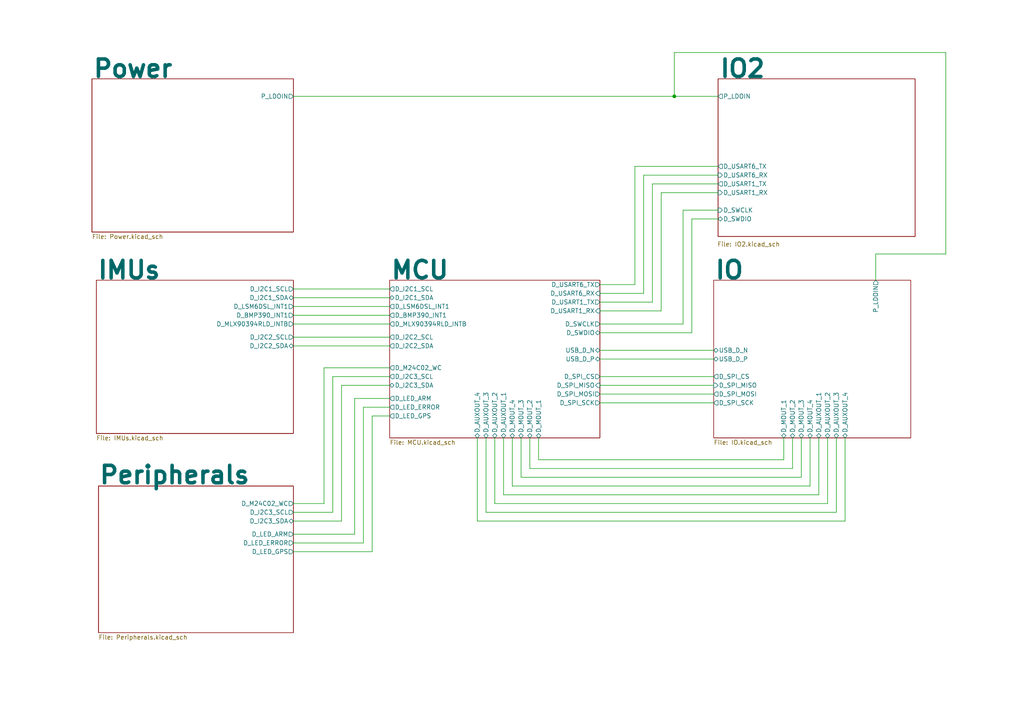
<source format=kicad_sch>
(kicad_sch
	(version 20250114)
	(generator "eeschema")
	(generator_version "9.0")
	(uuid "855cf64b-a607-4748-8dd3-e8cd15e2a17e")
	(paper "A4")
	(title_block
		(title "Udayate")
		(date "2025-08-24")
		(rev "1")
		(comment 2 "LICENSE: CERN-OHL-S-2.0")
	)
	(lib_symbols)
	(junction
		(at 195.58 27.94)
		(diameter 0)
		(color 0 0 0 0)
		(uuid "5f2d2c33-e2a7-4fc2-9739-f880e0517f18")
	)
	(wire
		(pts
			(xy 195.58 27.94) (xy 208.28 27.94)
		)
		(stroke
			(width 0)
			(type default)
		)
		(uuid "003b0fcd-a79b-4a94-886c-b83ab85e382d")
	)
	(wire
		(pts
			(xy 245.11 151.13) (xy 245.11 127)
		)
		(stroke
			(width 0)
			(type default)
		)
		(uuid "0130d4ce-36cc-4cbd-809f-6646a17e244e")
	)
	(wire
		(pts
			(xy 96.52 148.59) (xy 96.52 109.22)
		)
		(stroke
			(width 0)
			(type default)
		)
		(uuid "09585df2-0160-4cf0-bfd4-46fb678c2c0c")
	)
	(wire
		(pts
			(xy 254 73.66) (xy 274.32 73.66)
		)
		(stroke
			(width 0)
			(type default)
		)
		(uuid "0bad6bfe-df63-456f-8642-b0a6d6447f1c")
	)
	(wire
		(pts
			(xy 274.32 15.24) (xy 195.58 15.24)
		)
		(stroke
			(width 0)
			(type default)
		)
		(uuid "13aa2cef-4996-476a-a43d-ffc3f269e3f5")
	)
	(wire
		(pts
			(xy 227.33 133.35) (xy 156.21 133.35)
		)
		(stroke
			(width 0)
			(type default)
		)
		(uuid "1418f5a1-893b-492c-bb5b-60d39c1d2173")
	)
	(wire
		(pts
			(xy 232.41 138.43) (xy 151.13 138.43)
		)
		(stroke
			(width 0)
			(type default)
		)
		(uuid "14d6c511-4cc1-4048-8e1c-5f791c1b4053")
	)
	(wire
		(pts
			(xy 153.67 135.89) (xy 229.87 135.89)
		)
		(stroke
			(width 0)
			(type default)
		)
		(uuid "16e5937b-9cf4-4b95-86fe-b25c0d352217")
	)
	(wire
		(pts
			(xy 186.69 85.09) (xy 173.99 85.09)
		)
		(stroke
			(width 0)
			(type default)
		)
		(uuid "1a02f08e-56fe-4e82-80d0-be2fbdcf9188")
	)
	(wire
		(pts
			(xy 138.43 151.13) (xy 245.11 151.13)
		)
		(stroke
			(width 0)
			(type default)
		)
		(uuid "1ccadc8a-5248-446b-89d4-4d4bee1f0e1b")
	)
	(wire
		(pts
			(xy 102.87 154.94) (xy 102.87 115.57)
		)
		(stroke
			(width 0)
			(type default)
		)
		(uuid "1f4a50b8-8683-4bec-a889-5ad2a4f8b5db")
	)
	(wire
		(pts
			(xy 85.09 83.82) (xy 113.03 83.82)
		)
		(stroke
			(width 0)
			(type default)
		)
		(uuid "212ef34b-b124-4385-9e9d-0f53a938671a")
	)
	(wire
		(pts
			(xy 143.51 146.05) (xy 240.03 146.05)
		)
		(stroke
			(width 0)
			(type default)
		)
		(uuid "22ae7073-1be3-4e80-89df-620c62648e6e")
	)
	(wire
		(pts
			(xy 140.97 148.59) (xy 140.97 127)
		)
		(stroke
			(width 0)
			(type default)
		)
		(uuid "26a5076a-35b3-4021-9a41-d5e07a7579a2")
	)
	(wire
		(pts
			(xy 191.77 55.88) (xy 208.28 55.88)
		)
		(stroke
			(width 0)
			(type default)
		)
		(uuid "275b2868-356d-48c2-97c1-0a06726b26e3")
	)
	(wire
		(pts
			(xy 138.43 127) (xy 138.43 151.13)
		)
		(stroke
			(width 0)
			(type default)
		)
		(uuid "2a3b21c2-0736-42a0-a18f-070d5ab276f7")
	)
	(wire
		(pts
			(xy 93.98 146.05) (xy 85.09 146.05)
		)
		(stroke
			(width 0)
			(type default)
		)
		(uuid "2c2aadd3-12e9-4616-8f4c-aa9d979d04df")
	)
	(wire
		(pts
			(xy 102.87 115.57) (xy 113.03 115.57)
		)
		(stroke
			(width 0)
			(type default)
		)
		(uuid "2de18451-c5fa-4e99-9722-452a3ed56274")
	)
	(wire
		(pts
			(xy 240.03 146.05) (xy 240.03 127)
		)
		(stroke
			(width 0)
			(type default)
		)
		(uuid "303c440b-0ed2-43b5-8ea3-ab16d830ee8c")
	)
	(wire
		(pts
			(xy 208.28 63.5) (xy 200.66 63.5)
		)
		(stroke
			(width 0)
			(type default)
		)
		(uuid "307f9b6a-c798-48a9-b80f-52aa32fb21fa")
	)
	(wire
		(pts
			(xy 186.69 50.8) (xy 186.69 85.09)
		)
		(stroke
			(width 0)
			(type default)
		)
		(uuid "30fa9cc4-7b26-41bb-aeea-2ac21349e4d1")
	)
	(wire
		(pts
			(xy 113.03 106.68) (xy 93.98 106.68)
		)
		(stroke
			(width 0)
			(type default)
		)
		(uuid "317f3f94-ab9b-45bc-b476-b4f39c50b6ba")
	)
	(wire
		(pts
			(xy 200.66 96.52) (xy 173.99 96.52)
		)
		(stroke
			(width 0)
			(type default)
		)
		(uuid "35e6597c-6f2b-4765-9a7d-0ffc8bb57b0b")
	)
	(wire
		(pts
			(xy 227.33 127) (xy 227.33 133.35)
		)
		(stroke
			(width 0)
			(type default)
		)
		(uuid "40162e85-992b-4d70-8c12-4f9db637b520")
	)
	(wire
		(pts
			(xy 173.99 111.76) (xy 207.01 111.76)
		)
		(stroke
			(width 0)
			(type default)
		)
		(uuid "41cdd68b-a3ab-43cd-ade0-99c19dbddcc7")
	)
	(wire
		(pts
			(xy 173.99 101.6) (xy 207.01 101.6)
		)
		(stroke
			(width 0)
			(type default)
		)
		(uuid "4296b5c8-f9d4-4bb9-afec-6298e4962cf0")
	)
	(wire
		(pts
			(xy 143.51 127) (xy 143.51 146.05)
		)
		(stroke
			(width 0)
			(type default)
		)
		(uuid "48bb92da-5835-4cfc-92f8-331757f14837")
	)
	(wire
		(pts
			(xy 151.13 138.43) (xy 151.13 127)
		)
		(stroke
			(width 0)
			(type default)
		)
		(uuid "5145363c-34d9-4094-a4ce-7057f41b6cb7")
	)
	(wire
		(pts
			(xy 198.12 93.98) (xy 198.12 60.96)
		)
		(stroke
			(width 0)
			(type default)
		)
		(uuid "516ad181-d2c4-4b8f-ab21-874cf29064a4")
	)
	(wire
		(pts
			(xy 85.09 100.33) (xy 113.03 100.33)
		)
		(stroke
			(width 0)
			(type default)
		)
		(uuid "5274587d-4b21-4a0f-884e-3b1c69e83448")
	)
	(wire
		(pts
			(xy 105.41 118.11) (xy 113.03 118.11)
		)
		(stroke
			(width 0)
			(type default)
		)
		(uuid "553df179-b06f-4f70-bfee-c176cb3fad66")
	)
	(wire
		(pts
			(xy 107.95 160.02) (xy 85.09 160.02)
		)
		(stroke
			(width 0)
			(type default)
		)
		(uuid "560bac35-ad1a-4545-aea4-0ff0d8c6d72f")
	)
	(wire
		(pts
			(xy 189.23 53.34) (xy 189.23 87.63)
		)
		(stroke
			(width 0)
			(type default)
		)
		(uuid "5943083d-8e71-4218-a72e-c6628e2b5623")
	)
	(wire
		(pts
			(xy 242.57 127) (xy 242.57 148.59)
		)
		(stroke
			(width 0)
			(type default)
		)
		(uuid "5d547c42-ee7d-47eb-a572-9ca255381506")
	)
	(wire
		(pts
			(xy 173.99 104.14) (xy 207.01 104.14)
		)
		(stroke
			(width 0)
			(type default)
		)
		(uuid "5e2d5834-6eef-4479-98fe-c8a7239f87de")
	)
	(wire
		(pts
			(xy 200.66 63.5) (xy 200.66 96.52)
		)
		(stroke
			(width 0)
			(type default)
		)
		(uuid "66248d00-a6bd-4cc8-b526-c3e7a5e323eb")
	)
	(wire
		(pts
			(xy 195.58 15.24) (xy 195.58 27.94)
		)
		(stroke
			(width 0)
			(type default)
		)
		(uuid "67bea917-2a6e-4bbc-956a-3777629848cc")
	)
	(wire
		(pts
			(xy 85.09 157.48) (xy 105.41 157.48)
		)
		(stroke
			(width 0)
			(type default)
		)
		(uuid "68679598-e852-4d21-8832-3999cbac766f")
	)
	(wire
		(pts
			(xy 148.59 127) (xy 148.59 140.97)
		)
		(stroke
			(width 0)
			(type default)
		)
		(uuid "6a2923c6-19d3-4fe1-b077-d819c6111980")
	)
	(wire
		(pts
			(xy 107.95 120.65) (xy 107.95 160.02)
		)
		(stroke
			(width 0)
			(type default)
		)
		(uuid "6be6008b-1eb7-4eda-ac77-d772f2d06e59")
	)
	(wire
		(pts
			(xy 85.09 97.79) (xy 113.03 97.79)
		)
		(stroke
			(width 0)
			(type default)
		)
		(uuid "6ebcdb57-093d-4874-ac41-9774df4d1207")
	)
	(wire
		(pts
			(xy 85.09 91.44) (xy 113.03 91.44)
		)
		(stroke
			(width 0)
			(type default)
		)
		(uuid "7070d45a-8173-4f20-9967-651ce274710d")
	)
	(wire
		(pts
			(xy 173.99 116.84) (xy 207.01 116.84)
		)
		(stroke
			(width 0)
			(type default)
		)
		(uuid "756d51ce-abda-484e-bab2-17ba478d3720")
	)
	(wire
		(pts
			(xy 191.77 55.88) (xy 191.77 90.17)
		)
		(stroke
			(width 0)
			(type default)
		)
		(uuid "7a7d2580-03f9-4a2a-9e35-0431561729bf")
	)
	(wire
		(pts
			(xy 105.41 157.48) (xy 105.41 118.11)
		)
		(stroke
			(width 0)
			(type default)
		)
		(uuid "7e69ee3c-9925-49b5-8b38-02163d058aea")
	)
	(wire
		(pts
			(xy 254 81.28) (xy 254 73.66)
		)
		(stroke
			(width 0)
			(type default)
		)
		(uuid "7f712e53-e13b-492f-af03-4c60b012271c")
	)
	(wire
		(pts
			(xy 156.21 133.35) (xy 156.21 127)
		)
		(stroke
			(width 0)
			(type default)
		)
		(uuid "8569dc3f-e560-42e0-8fa0-c12d8ebe39f5")
	)
	(wire
		(pts
			(xy 85.09 86.36) (xy 113.03 86.36)
		)
		(stroke
			(width 0)
			(type default)
		)
		(uuid "8800822e-5cee-4bc8-9e3b-2e3b954438c3")
	)
	(wire
		(pts
			(xy 274.32 73.66) (xy 274.32 15.24)
		)
		(stroke
			(width 0)
			(type default)
		)
		(uuid "8ea34211-3f08-4ca4-89b5-8c136726aea1")
	)
	(wire
		(pts
			(xy 113.03 111.76) (xy 99.06 111.76)
		)
		(stroke
			(width 0)
			(type default)
		)
		(uuid "90f23da8-a10f-44c4-9906-0ad08f27c466")
	)
	(wire
		(pts
			(xy 237.49 127) (xy 237.49 143.51)
		)
		(stroke
			(width 0)
			(type default)
		)
		(uuid "98d5fdf6-a136-4439-918f-a3e0d47df104")
	)
	(wire
		(pts
			(xy 93.98 106.68) (xy 93.98 146.05)
		)
		(stroke
			(width 0)
			(type default)
		)
		(uuid "9a92b245-63b9-45ac-9709-1dff2a8909e9")
	)
	(wire
		(pts
			(xy 237.49 143.51) (xy 146.05 143.51)
		)
		(stroke
			(width 0)
			(type default)
		)
		(uuid "9b194f0a-a635-4ed7-8c15-52f346ba6b6c")
	)
	(wire
		(pts
			(xy 189.23 87.63) (xy 173.99 87.63)
		)
		(stroke
			(width 0)
			(type default)
		)
		(uuid "a6755c37-ab5d-4355-9775-cb417485dd14")
	)
	(wire
		(pts
			(xy 229.87 135.89) (xy 229.87 127)
		)
		(stroke
			(width 0)
			(type default)
		)
		(uuid "a8fcc53a-5c0b-40e7-9b53-45081052c81c")
	)
	(wire
		(pts
			(xy 153.67 127) (xy 153.67 135.89)
		)
		(stroke
			(width 0)
			(type default)
		)
		(uuid "aaec0ed2-2ea2-4c57-b518-3912c7494c76")
	)
	(wire
		(pts
			(xy 148.59 140.97) (xy 234.95 140.97)
		)
		(stroke
			(width 0)
			(type default)
		)
		(uuid "afb0b144-4046-43c7-9627-0f6e61d9f60b")
	)
	(wire
		(pts
			(xy 85.09 27.94) (xy 195.58 27.94)
		)
		(stroke
			(width 0)
			(type default)
		)
		(uuid "b45f4fd1-f973-4a36-be96-5a645e99700f")
	)
	(wire
		(pts
			(xy 232.41 127) (xy 232.41 138.43)
		)
		(stroke
			(width 0)
			(type default)
		)
		(uuid "b87b8507-c4cd-4421-a509-30ac06b20408")
	)
	(wire
		(pts
			(xy 99.06 151.13) (xy 85.09 151.13)
		)
		(stroke
			(width 0)
			(type default)
		)
		(uuid "b9298702-3c2e-4e0b-8f9d-bf92432789b5")
	)
	(wire
		(pts
			(xy 85.09 93.98) (xy 113.03 93.98)
		)
		(stroke
			(width 0)
			(type default)
		)
		(uuid "ba93a148-15c2-4164-bd8b-d4bca7a312a9")
	)
	(wire
		(pts
			(xy 173.99 90.17) (xy 191.77 90.17)
		)
		(stroke
			(width 0)
			(type default)
		)
		(uuid "c4cc44ae-4100-49fd-b6fa-70e35d7871fd")
	)
	(wire
		(pts
			(xy 208.28 53.34) (xy 189.23 53.34)
		)
		(stroke
			(width 0)
			(type default)
		)
		(uuid "c542b512-17dd-4116-8d88-357828280581")
	)
	(wire
		(pts
			(xy 85.09 88.9) (xy 113.03 88.9)
		)
		(stroke
			(width 0)
			(type default)
		)
		(uuid "c6587690-6e9a-4a40-ac34-75661e246e15")
	)
	(wire
		(pts
			(xy 173.99 114.3) (xy 207.01 114.3)
		)
		(stroke
			(width 0)
			(type default)
		)
		(uuid "c714a7ea-5568-4059-bd63-2e36e0271f20")
	)
	(wire
		(pts
			(xy 173.99 82.55) (xy 184.15 82.55)
		)
		(stroke
			(width 0)
			(type default)
		)
		(uuid "cad10e90-34bc-4528-a68e-189d983b4a85")
	)
	(wire
		(pts
			(xy 85.09 154.94) (xy 102.87 154.94)
		)
		(stroke
			(width 0)
			(type default)
		)
		(uuid "cbfcb0a4-fe03-4302-9551-6900a83a1488")
	)
	(wire
		(pts
			(xy 198.12 60.96) (xy 208.28 60.96)
		)
		(stroke
			(width 0)
			(type default)
		)
		(uuid "cf40b2f3-f521-4e40-9ea8-be5eb98793b8")
	)
	(wire
		(pts
			(xy 234.95 140.97) (xy 234.95 127)
		)
		(stroke
			(width 0)
			(type default)
		)
		(uuid "cf5599c5-2c8f-47eb-9ac3-9d7fd915e005")
	)
	(wire
		(pts
			(xy 99.06 111.76) (xy 99.06 151.13)
		)
		(stroke
			(width 0)
			(type default)
		)
		(uuid "d1917f32-f7e1-40f2-8333-15c46fd88e60")
	)
	(wire
		(pts
			(xy 96.52 109.22) (xy 113.03 109.22)
		)
		(stroke
			(width 0)
			(type default)
		)
		(uuid "e0c54df8-5ae9-4254-8e66-ea77600d93d4")
	)
	(wire
		(pts
			(xy 184.15 48.26) (xy 208.28 48.26)
		)
		(stroke
			(width 0)
			(type default)
		)
		(uuid "e2805927-e18b-44e4-8b89-e42ffdae537e")
	)
	(wire
		(pts
			(xy 173.99 93.98) (xy 198.12 93.98)
		)
		(stroke
			(width 0)
			(type default)
		)
		(uuid "e687f703-765c-422b-9e26-2b8e8cad9250")
	)
	(wire
		(pts
			(xy 208.28 50.8) (xy 186.69 50.8)
		)
		(stroke
			(width 0)
			(type default)
		)
		(uuid "ea3658e6-dfb7-473a-ad94-4056c90ca8b7")
	)
	(wire
		(pts
			(xy 242.57 148.59) (xy 140.97 148.59)
		)
		(stroke
			(width 0)
			(type default)
		)
		(uuid "eef61a32-9ee2-4ffd-ac85-3c48875763e6")
	)
	(wire
		(pts
			(xy 184.15 82.55) (xy 184.15 48.26)
		)
		(stroke
			(width 0)
			(type default)
		)
		(uuid "f2631916-5c8f-4ff8-9261-7d1974a77146")
	)
	(wire
		(pts
			(xy 113.03 120.65) (xy 107.95 120.65)
		)
		(stroke
			(width 0)
			(type default)
		)
		(uuid "f988a9ef-4579-4ef5-8a6c-e7dcf11752bc")
	)
	(wire
		(pts
			(xy 85.09 148.59) (xy 96.52 148.59)
		)
		(stroke
			(width 0)
			(type default)
		)
		(uuid "fa26baff-54b9-440f-9017-d71c00e6abe6")
	)
	(wire
		(pts
			(xy 173.99 109.22) (xy 207.01 109.22)
		)
		(stroke
			(width 0)
			(type default)
		)
		(uuid "fb9c158d-fe39-417c-91fe-91d4976a7a87")
	)
	(wire
		(pts
			(xy 146.05 143.51) (xy 146.05 127)
		)
		(stroke
			(width 0)
			(type default)
		)
		(uuid "fbe997d9-290a-45bb-a54c-e7007cc64bd0")
	)
	(sheet
		(at 26.67 22.86)
		(size 58.42 44.45)
		(exclude_from_sim no)
		(in_bom yes)
		(on_board yes)
		(dnp no)
		(stroke
			(width 0.1524)
			(type solid)
		)
		(fill
			(color 0 0 0 0.0000)
		)
		(uuid "07d6e3b0-9060-4bc5-bd1a-d872d08672db")
		(property "Sheetname" "Power"
			(at 26.67 22.86 0)
			(effects
				(font
					(face "KiCad Font")
					(size 5.08 5.08)
					(thickness 1.016)
					(bold yes)
				)
				(justify left bottom)
			)
		)
		(property "Sheetfile" "Power.kicad_sch"
			(at 26.67 67.8946 0)
			(effects
				(font
					(size 1.27 1.27)
				)
				(justify left top)
			)
		)
		(pin "P_LDOIN" output
			(at 85.09 27.94 0)
			(uuid "21a965ba-0bf9-4c7c-b52f-0869cc16071e")
			(effects
				(font
					(size 1.27 1.27)
				)
				(justify right)
			)
		)
		(instances
			(project "Udayate"
				(path "/855cf64b-a607-4748-8dd3-e8cd15e2a17e"
					(page "1")
				)
			)
		)
	)
	(sheet
		(at 27.94 81.28)
		(size 57.15 44.45)
		(exclude_from_sim no)
		(in_bom yes)
		(on_board yes)
		(dnp no)
		(stroke
			(width 0.1524)
			(type solid)
		)
		(fill
			(color 0 0 0 0.0000)
		)
		(uuid "8e17d79e-0ecf-4a61-8f56-a9bbc324d75c")
		(property "Sheetname" "IMUs"
			(at 27.94 81.28 0)
			(effects
				(font
					(size 5.08 5.08)
					(thickness 1.016)
					(bold yes)
				)
				(justify left bottom)
			)
		)
		(property "Sheetfile" "IMUs.kicad_sch"
			(at 27.94 126.3146 0)
			(effects
				(font
					(size 1.27 1.27)
				)
				(justify left top)
			)
		)
		(pin "D_I2C1_SCL" output
			(at 85.09 83.82 0)
			(uuid "14cf823a-c93e-4b4c-98cf-42273e8d02ee")
			(effects
				(font
					(size 1.27 1.27)
				)
				(justify right)
			)
		)
		(pin "D_I2C1_SDA" bidirectional
			(at 85.09 86.36 0)
			(uuid "17d0a77b-5232-4522-bcaf-648e000fa3bf")
			(effects
				(font
					(size 1.27 1.27)
				)
				(justify right)
			)
		)
		(pin "D_LSM6DSL_INT1" output
			(at 85.09 88.9 0)
			(uuid "bce63612-0618-4e30-8885-543495981e2f")
			(effects
				(font
					(size 1.27 1.27)
				)
				(justify right)
			)
		)
		(pin "D_BMP390_INT1" output
			(at 85.09 91.44 0)
			(uuid "78c77767-b94c-43cc-b9da-83449cb7d8fe")
			(effects
				(font
					(size 1.27 1.27)
				)
				(justify right)
			)
		)
		(pin "D_MLX90394RLD_INTB" output
			(at 85.09 93.98 0)
			(uuid "7039900f-9d89-4dd6-94ab-4a77e3b88f2b")
			(effects
				(font
					(size 1.27 1.27)
				)
				(justify right)
			)
		)
		(pin "D_I2C2_SCL" output
			(at 85.09 97.79 0)
			(uuid "39938384-9009-4cd5-9198-9d5f29bef660")
			(effects
				(font
					(size 1.27 1.27)
				)
				(justify right)
			)
		)
		(pin "D_I2C2_SDA" bidirectional
			(at 85.09 100.33 0)
			(uuid "8967613d-af48-4029-8ee3-71eb5ee55c90")
			(effects
				(font
					(size 1.27 1.27)
				)
				(justify right)
			)
		)
		(instances
			(project "Udayate"
				(path "/855cf64b-a607-4748-8dd3-e8cd15e2a17e"
					(page "3")
				)
			)
		)
	)
	(sheet
		(at 208.28 22.86)
		(size 57.15 45.72)
		(exclude_from_sim no)
		(in_bom yes)
		(on_board yes)
		(dnp no)
		(stroke
			(width 0.1524)
			(type solid)
		)
		(fill
			(color 0 0 0 0.0000)
		)
		(uuid "a3b975f1-48d7-409f-9a90-2f1293abda10")
		(property "Sheetname" "IO2"
			(at 208.407 22.86 0)
			(effects
				(font
					(size 5.08 5.08)
					(thickness 1.016)
					(bold yes)
				)
				(justify left bottom)
			)
		)
		(property "Sheetfile" "IO2.kicad_sch"
			(at 208.026 70.104 0)
			(effects
				(font
					(size 1.27 1.27)
				)
				(justify left top)
			)
		)
		(pin "D_USART1_RX" input
			(at 208.28 55.88 180)
			(uuid "597886ed-45d7-44df-9bb5-76859631def0")
			(effects
				(font
					(size 1.27 1.27)
				)
				(justify left)
			)
		)
		(pin "D_USART1_TX" output
			(at 208.28 53.34 180)
			(uuid "774d7f46-cb3c-474a-91d7-13b6c873ee8f")
			(effects
				(font
					(size 1.27 1.27)
				)
				(justify left)
			)
		)
		(pin "D_USART6_RX" input
			(at 208.28 50.8 180)
			(uuid "8b0467fb-4ad7-407b-a318-54b262acc4e6")
			(effects
				(font
					(size 1.27 1.27)
				)
				(justify left)
			)
		)
		(pin "D_USART6_TX" output
			(at 208.28 48.26 180)
			(uuid "72b2ef00-5482-4f8c-bb46-014a360a6d8e")
			(effects
				(font
					(size 1.27 1.27)
				)
				(justify left)
			)
		)
		(pin "P_LDOIN" output
			(at 208.28 27.94 180)
			(uuid "247616d9-c6cf-4abe-9b65-3f6a84d94d0b")
			(effects
				(font
					(size 1.27 1.27)
				)
				(justify left)
			)
		)
		(pin "D_SWCLK" input
			(at 208.28 60.96 180)
			(uuid "344e7d09-6810-4faf-9313-5cc11bb25ddf")
			(effects
				(font
					(size 1.27 1.27)
				)
				(justify left)
			)
		)
		(pin "D_SWDIO" bidirectional
			(at 208.28 63.5 180)
			(uuid "791f56af-8cb3-48cc-9031-860ca9d39930")
			(effects
				(font
					(size 1.27 1.27)
				)
				(justify left)
			)
		)
		(instances
			(project "Udayate"
				(path "/855cf64b-a607-4748-8dd3-e8cd15e2a17e"
					(page "6")
				)
			)
		)
	)
	(sheet
		(at 28.575 140.97)
		(size 56.515 42.545)
		(exclude_from_sim no)
		(in_bom yes)
		(on_board yes)
		(dnp no)
		(stroke
			(width 0.1524)
			(type solid)
		)
		(fill
			(color 0 0 0 0.0000)
		)
		(uuid "b1b61738-71a0-407e-805b-30061d162f3d")
		(property "Sheetname" "Peripherals"
			(at 28.448 140.716 0)
			(effects
				(font
					(size 5.08 5.08)
					(thickness 1.016)
					(bold yes)
				)
				(justify left bottom)
			)
		)
		(property "Sheetfile" "Peripherals.kicad_sch"
			(at 28.575 184.0996 0)
			(effects
				(font
					(size 1.27 1.27)
				)
				(justify left top)
			)
		)
		(pin "D_M24C02_WC" output
			(at 85.09 146.05 0)
			(uuid "81eaa4f0-52e6-4620-b402-612f96a90087")
			(effects
				(font
					(size 1.27 1.27)
				)
				(justify right)
			)
		)
		(pin "D_LED_ARM" output
			(at 85.09 154.94 0)
			(uuid "03181c55-fc16-43ff-9220-5ac86fc84e95")
			(effects
				(font
					(size 1.27 1.27)
				)
				(justify right)
			)
		)
		(pin "D_LED_ERROR" output
			(at 85.09 157.48 0)
			(uuid "ba92ac5f-f73a-4abc-b99a-4942c36d8d41")
			(effects
				(font
					(size 1.27 1.27)
				)
				(justify right)
			)
		)
		(pin "D_LED_GPS" output
			(at 85.09 160.02 0)
			(uuid "e08b847c-0a16-422e-a869-5d318deeeda2")
			(effects
				(font
					(size 1.27 1.27)
				)
				(justify right)
			)
		)
		(pin "D_I2C3_SCL" output
			(at 85.09 148.59 0)
			(uuid "88342934-4c09-45d6-8eb5-43ec91f8e44c")
			(effects
				(font
					(size 1.27 1.27)
				)
				(justify right)
			)
		)
		(pin "D_I2C3_SDA" bidirectional
			(at 85.09 151.13 0)
			(uuid "53e14f83-e64e-4328-8ee0-0b9cd59c7ad0")
			(effects
				(font
					(size 1.27 1.27)
				)
				(justify right)
			)
		)
		(instances
			(project "Udayate"
				(path "/855cf64b-a607-4748-8dd3-e8cd15e2a17e"
					(page "4")
				)
			)
		)
	)
	(sheet
		(at 207.01 81.28)
		(size 57.15 45.72)
		(exclude_from_sim no)
		(in_bom yes)
		(on_board yes)
		(dnp no)
		(stroke
			(width 0.1524)
			(type solid)
		)
		(fill
			(color 0 0 0 0.0000)
		)
		(uuid "cf20cebc-449c-4a84-88de-3b721aee527c")
		(property "Sheetname" "IO"
			(at 207.01 81.28 0)
			(effects
				(font
					(size 5.08 5.08)
					(thickness 1.016)
					(bold yes)
				)
				(justify left bottom)
			)
		)
		(property "Sheetfile" "IO.kicad_sch"
			(at 207.01 127.5846 0)
			(effects
				(font
					(size 1.27 1.27)
				)
				(justify left top)
			)
		)
		(pin "USB_D_N" bidirectional
			(at 207.01 101.6 180)
			(uuid "6aacd8d6-cc4f-48c5-a1e3-049317a7c1a3")
			(effects
				(font
					(size 1.27 1.27)
				)
				(justify left)
			)
		)
		(pin "USB_D_P" bidirectional
			(at 207.01 104.14 180)
			(uuid "70c538ac-958a-4ec0-a830-c34949b94f5b")
			(effects
				(font
					(size 1.27 1.27)
				)
				(justify left)
			)
		)
		(pin "D_AUXOUT_1" bidirectional
			(at 237.49 127 270)
			(uuid "885a8f6e-a4f0-4a55-8379-e992a702b9bb")
			(effects
				(font
					(size 1.27 1.27)
				)
				(justify left)
			)
		)
		(pin "D_AUXOUT_2" bidirectional
			(at 240.03 127 270)
			(uuid "8cff31a5-0cb8-403c-9a23-b2ecf176bbc8")
			(effects
				(font
					(size 1.27 1.27)
				)
				(justify left)
			)
		)
		(pin "D_AUXOUT_3" bidirectional
			(at 242.57 127 270)
			(uuid "1bc71c29-51fc-4e62-951c-04a3cd6e8beb")
			(effects
				(font
					(size 1.27 1.27)
				)
				(justify left)
			)
		)
		(pin "D_AUXOUT_4" bidirectional
			(at 245.11 127 270)
			(uuid "58c7cd17-3a11-4e56-934a-c1b3cd50e4fc")
			(effects
				(font
					(size 1.27 1.27)
				)
				(justify left)
			)
		)
		(pin "D_MOUT_1" bidirectional
			(at 227.33 127 270)
			(uuid "0307d287-2bf5-4001-bc17-48b37ab944a5")
			(effects
				(font
					(size 1.27 1.27)
				)
				(justify left)
			)
		)
		(pin "D_MOUT_2" bidirectional
			(at 229.87 127 270)
			(uuid "7a2ba877-0365-4475-af98-81e6b2aefda7")
			(effects
				(font
					(size 1.27 1.27)
				)
				(justify left)
			)
		)
		(pin "D_MOUT_3" bidirectional
			(at 232.41 127 270)
			(uuid "85113b3c-d252-43cb-a990-fac9bcc6cf77")
			(effects
				(font
					(size 1.27 1.27)
				)
				(justify left)
			)
		)
		(pin "D_MOUT_4" bidirectional
			(at 234.95 127 270)
			(uuid "084cebd8-313e-4fe0-b71c-6016000103ea")
			(effects
				(font
					(size 1.27 1.27)
				)
				(justify left)
			)
		)
		(pin "P_LDOIN" output
			(at 254 81.28 90)
			(uuid "be13051f-e074-4443-bbff-374ae15e850a")
			(effects
				(font
					(size 1.27 1.27)
				)
				(justify right)
			)
		)
		(pin "D_SPI_CS" output
			(at 207.01 109.22 180)
			(uuid "83688a28-1590-4581-859f-4c4baca499c8")
			(effects
				(font
					(size 1.27 1.27)
				)
				(justify left)
			)
		)
		(pin "D_SPI_MISO" input
			(at 207.01 111.76 180)
			(uuid "6f18531b-27d4-409e-822e-d4a1b653c2e7")
			(effects
				(font
					(size 1.27 1.27)
				)
				(justify left)
			)
		)
		(pin "D_SPI_MOSI" output
			(at 207.01 114.3 180)
			(uuid "2e523ff0-489e-4e96-825f-31dfbf29822b")
			(effects
				(font
					(size 1.27 1.27)
				)
				(justify left)
			)
		)
		(pin "D_SPI_SCK" output
			(at 207.01 116.84 180)
			(uuid "e377eca7-5cac-4457-9067-7ac0b76e20c0")
			(effects
				(font
					(size 1.27 1.27)
				)
				(justify left)
			)
		)
		(instances
			(project "Udayate"
				(path "/855cf64b-a607-4748-8dd3-e8cd15e2a17e"
					(page "5")
				)
			)
		)
	)
	(sheet
		(at 113.03 81.28)
		(size 60.96 45.72)
		(exclude_from_sim no)
		(in_bom yes)
		(on_board yes)
		(dnp no)
		(stroke
			(width 0.1524)
			(type solid)
		)
		(fill
			(color 0 0 0 0.0000)
		)
		(uuid "e91f537f-c07e-475d-93bf-dcac5802ba81")
		(property "Sheetname" "MCU"
			(at 113.03 81.28 0)
			(effects
				(font
					(size 5.08 5.08)
					(thickness 1.016)
					(bold yes)
				)
				(justify left bottom)
			)
		)
		(property "Sheetfile" "MCU.kicad_sch"
			(at 113.03 127.5846 0)
			(effects
				(font
					(size 1.27 1.27)
				)
				(justify left top)
			)
		)
		(pin "D_I2C1_SCL" output
			(at 113.03 83.82 180)
			(uuid "8dd08bc5-e679-4175-944c-debdaabb323d")
			(effects
				(font
					(size 1.27 1.27)
				)
				(justify left)
			)
		)
		(pin "D_I2C1_SDA" bidirectional
			(at 113.03 86.36 180)
			(uuid "810b54c7-a8b7-4225-9717-801a36d511c7")
			(effects
				(font
					(size 1.27 1.27)
				)
				(justify left)
			)
		)
		(pin "D_SWCLK" output
			(at 173.99 93.98 0)
			(uuid "8a7a5926-879c-41e4-8e90-341a54285343")
			(effects
				(font
					(size 1.27 1.27)
				)
				(justify right)
			)
		)
		(pin "D_SWDIO" bidirectional
			(at 173.99 96.52 0)
			(uuid "cd23b750-0489-48ae-93e1-0d60fc745fd8")
			(effects
				(font
					(size 1.27 1.27)
				)
				(justify right)
			)
		)
		(pin "USB_D_N" bidirectional
			(at 173.99 101.6 0)
			(uuid "2349eab8-bd19-4dfd-9af5-330ae5093a58")
			(effects
				(font
					(size 1.27 1.27)
				)
				(justify right)
			)
		)
		(pin "USB_D_P" bidirectional
			(at 173.99 104.14 0)
			(uuid "8f367084-e73e-48cf-ae44-37f3b9c0fac0")
			(effects
				(font
					(size 1.27 1.27)
				)
				(justify right)
			)
		)
		(pin "D_LSM6DSL_INT1" output
			(at 113.03 88.9 180)
			(uuid "90711337-3808-4133-8300-f58db5060ff5")
			(effects
				(font
					(size 1.27 1.27)
				)
				(justify left)
			)
		)
		(pin "D_USART6_RX" input
			(at 173.99 85.09 0)
			(uuid "653ddde4-8bf7-4fee-955f-8c715683f539")
			(effects
				(font
					(size 1.27 1.27)
				)
				(justify right)
			)
		)
		(pin "D_USART6_TX" output
			(at 173.99 82.55 0)
			(uuid "2d0edfda-cb09-4b99-87df-242be2b7e9b6")
			(effects
				(font
					(size 1.27 1.27)
				)
				(justify right)
			)
		)
		(pin "D_BMP390_INT1" output
			(at 113.03 91.44 180)
			(uuid "af067164-c55b-484a-a68d-efe46fdd140a")
			(effects
				(font
					(size 1.27 1.27)
				)
				(justify left)
			)
		)
		(pin "D_MLX90394RLD_INTB" output
			(at 113.03 93.98 180)
			(uuid "3d829931-c48a-48b9-9381-34d7e7f061bc")
			(effects
				(font
					(size 1.27 1.27)
				)
				(justify left)
			)
		)
		(pin "D_USART1_RX" input
			(at 173.99 90.17 0)
			(uuid "05bb9b9a-4660-4fb2-888f-6ee4cf39224b")
			(effects
				(font
					(size 1.27 1.27)
				)
				(justify right)
			)
		)
		(pin "D_USART1_TX" output
			(at 173.99 87.63 0)
			(uuid "138cfed6-94a3-4d26-8021-c766bc51f1ff")
			(effects
				(font
					(size 1.27 1.27)
				)
				(justify right)
			)
		)
		(pin "D_AUXOUT_1" bidirectional
			(at 146.05 127 270)
			(uuid "4adc59d9-e4cf-4d59-93b7-3c8663b8c7b4")
			(effects
				(font
					(size 1.27 1.27)
				)
				(justify left)
			)
		)
		(pin "D_AUXOUT_2" bidirectional
			(at 143.51 127 270)
			(uuid "0bd6b309-f15c-4e68-bbf4-04ee1de541e3")
			(effects
				(font
					(size 1.27 1.27)
				)
				(justify left)
			)
		)
		(pin "D_AUXOUT_3" bidirectional
			(at 140.97 127 270)
			(uuid "1518c23c-4cf0-48cd-9f04-ff1df9e07cec")
			(effects
				(font
					(size 1.27 1.27)
				)
				(justify left)
			)
		)
		(pin "D_AUXOUT_4" bidirectional
			(at 138.43 127 270)
			(uuid "dd65d339-80ba-4298-ae8e-9d40cf6d1f9e")
			(effects
				(font
					(size 1.27 1.27)
				)
				(justify left)
			)
		)
		(pin "D_MOUT_1" bidirectional
			(at 156.21 127 270)
			(uuid "b4236099-c887-4543-93d1-94c04d44f895")
			(effects
				(font
					(size 1.27 1.27)
				)
				(justify left)
			)
		)
		(pin "D_MOUT_2" bidirectional
			(at 153.67 127 270)
			(uuid "7e7e4fa7-ec9f-407b-85fa-77eef7c085e5")
			(effects
				(font
					(size 1.27 1.27)
				)
				(justify left)
			)
		)
		(pin "D_MOUT_3" bidirectional
			(at 151.13 127 270)
			(uuid "e91a9670-85d0-481f-9654-45d5de932df0")
			(effects
				(font
					(size 1.27 1.27)
				)
				(justify left)
			)
		)
		(pin "D_MOUT_4" bidirectional
			(at 148.59 127 270)
			(uuid "a8e68517-ef80-4a3c-8694-7b3d1b9f755b")
			(effects
				(font
					(size 1.27 1.27)
				)
				(justify left)
			)
		)
		(pin "D_M24C02_WC" output
			(at 113.03 106.68 180)
			(uuid "7d6c7148-6f52-4d0f-949a-37bf26e7475b")
			(effects
				(font
					(size 1.27 1.27)
				)
				(justify left)
			)
		)
		(pin "D_LED_ARM" output
			(at 113.03 115.57 180)
			(uuid "65ef2895-8a8a-46b6-b23d-49bd87cb03d9")
			(effects
				(font
					(size 1.27 1.27)
				)
				(justify left)
			)
		)
		(pin "D_LED_ERROR" output
			(at 113.03 118.11 180)
			(uuid "2a4760e7-5b05-441f-a55f-5fd8cb94faee")
			(effects
				(font
					(size 1.27 1.27)
				)
				(justify left)
			)
		)
		(pin "D_LED_GPS" output
			(at 113.03 120.65 180)
			(uuid "ad9c322c-934e-4e4c-b429-6b060c902aaa")
			(effects
				(font
					(size 1.27 1.27)
				)
				(justify left)
			)
		)
		(pin "D_SPI_CS" output
			(at 173.99 109.22 0)
			(uuid "bf441bb4-2e2e-4e90-9b25-2287569b2e36")
			(effects
				(font
					(size 1.27 1.27)
				)
				(justify right)
			)
		)
		(pin "D_SPI_MISO" input
			(at 173.99 111.76 0)
			(uuid "a09dd2a5-3f02-48f0-bc03-f137a62bb37d")
			(effects
				(font
					(size 1.27 1.27)
				)
				(justify right)
			)
		)
		(pin "D_SPI_MOSI" output
			(at 173.99 114.3 0)
			(uuid "c6770f30-0786-4d98-ae34-8355d46b71a9")
			(effects
				(font
					(size 1.27 1.27)
				)
				(justify right)
			)
		)
		(pin "D_SPI_SCK" output
			(at 173.99 116.84 0)
			(uuid "fde2aa06-d8a5-4cdf-b522-a577aaecd554")
			(effects
				(font
					(size 1.27 1.27)
				)
				(justify right)
			)
		)
		(pin "D_I2C2_SCL" output
			(at 113.03 97.79 180)
			(uuid "a0fb8fe4-e1ac-4256-a119-59cfc6f08a2c")
			(effects
				(font
					(size 1.27 1.27)
				)
				(justify left)
			)
		)
		(pin "D_I2C2_SDA" output
			(at 113.03 100.33 180)
			(uuid "df3246bb-6a81-40ba-8c4e-8b84ce22f7f2")
			(effects
				(font
					(size 1.27 1.27)
				)
				(justify left)
			)
		)
		(pin "D_I2C3_SCL" output
			(at 113.03 109.22 180)
			(uuid "b1bcd5c7-a4cf-4a85-8f1e-b8f53b264470")
			(effects
				(font
					(size 1.27 1.27)
				)
				(justify left)
			)
		)
		(pin "D_I2C3_SDA" bidirectional
			(at 113.03 111.76 180)
			(uuid "a2795f00-bc05-439f-b496-3a4bcd34c155")
			(effects
				(font
					(size 1.27 1.27)
				)
				(justify left)
			)
		)
		(instances
			(project "Udayate"
				(path "/855cf64b-a607-4748-8dd3-e8cd15e2a17e"
					(page "2")
				)
			)
		)
	)
	(sheet_instances
		(path "/"
			(page "1")
		)
	)
	(embedded_fonts no)
)

</source>
